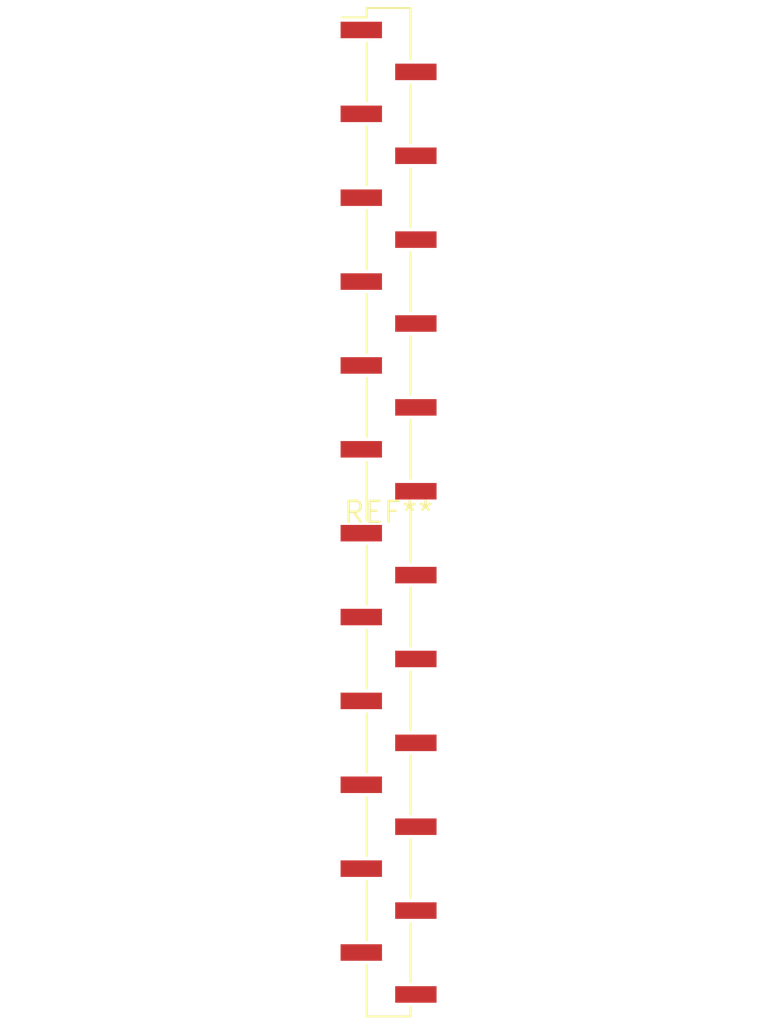
<source format=kicad_pcb>
(kicad_pcb (version 20240108) (generator pcbnew)
  (layers (0 "F.Cu" signal) (31 "B.Cu" signal) (34 "B.Paste" user) (35 "F.Paste" user) (36 "B.SilkS" user "B.Silkscreen") (37 "F.SilkS" user "F.Silkscreen") (38 "B.Mask" user) (39 "F.Mask" user) (44 "Edge.Cuts" user))
  (net 0 "")
  (footprint "PinHeader_1x24_P2.54mm_Vertical_SMD_Pin1Left" (layer "F.Cu") (at 0 0)
    (property "Reference" "REF**")
    (property "Value" "PinHeader_1x24_P2.54mm_Vertical_SMD_Pin1Left")
    (fp_line (start -1.33 -30.54) (end -1.33 -29.97) (layer "F.SilkS") (stroke (width 0.12)))
    (fp_line (start -1.33 -30.54) (end 1.33 -30.54) (layer "F.SilkS") (stroke (width 0.12)))
    (fp_line (start -1.33 -29.97) (end -2.85 -29.97) (layer "F.SilkS") (stroke (width 0.12)))
    (fp_line (start -1.33 -28.45) (end -1.33 -24.89) (layer "F.SilkS") (stroke (width 0.12)))
    (fp_line (start -1.33 -23.37) (end -1.33 -19.81) (layer "F.SilkS") (stroke (width 0.12)))
    (fp_line (start -1.33 -18.29) (end -1.33 -14.73) (layer "F.SilkS") (stroke (width 0.12)))
    (fp_line (start -1.33 -13.21) (end -1.33 -9.65) (layer "F.SilkS") (stroke (width 0.12)))
    (fp_line (start -1.33 -8.13) (end -1.33 -4.57) (layer "F.SilkS") (stroke (width 0.12)))
    (fp_line (start -1.33 -3.05) (end -1.33 0.51) (layer "F.SilkS") (stroke (width 0.12)))
    (fp_line (start -1.33 2.03) (end -1.33 5.59) (layer "F.SilkS") (stroke (width 0.12)))
    (fp_line (start -1.33 7.11) (end -1.33 10.67) (layer "F.SilkS") (stroke (width 0.12)))
    (fp_line (start -1.33 12.19) (end -1.33 15.75) (layer "F.SilkS") (stroke (width 0.12)))
    (fp_line (start -1.33 17.27) (end -1.33 20.83) (layer "F.SilkS") (stroke (width 0.12)))
    (fp_line (start -1.33 22.35) (end -1.33 25.91) (layer "F.SilkS") (stroke (width 0.12)))
    (fp_line (start -1.33 27.43) (end -1.33 30.54) (layer "F.SilkS") (stroke (width 0.12)))
    (fp_line (start -1.33 30.54) (end 1.33 30.54) (layer "F.SilkS") (stroke (width 0.12)))
    (fp_line (start 1.33 -30.54) (end 1.33 -27.43) (layer "F.SilkS") (stroke (width 0.12)))
    (fp_line (start 1.33 -25.91) (end 1.33 -22.35) (layer "F.SilkS") (stroke (width 0.12)))
    (fp_line (start 1.33 -20.83) (end 1.33 -17.27) (layer "F.SilkS") (stroke (width 0.12)))
    (fp_line (start 1.33 -15.75) (end 1.33 -12.19) (layer "F.SilkS") (stroke (width 0.12)))
    (fp_line (start 1.33 -10.67) (end 1.33 -7.11) (layer "F.SilkS") (stroke (width 0.12)))
    (fp_line (start 1.33 -5.59) (end 1.33 -2.03) (layer "F.SilkS") (stroke (width 0.12)))
    (fp_line (start 1.33 -0.51) (end 1.33 3.05) (layer "F.SilkS") (stroke (width 0.12)))
    (fp_line (start 1.33 4.57) (end 1.33 8.13) (layer "F.SilkS") (stroke (width 0.12)))
    (fp_line (start 1.33 9.65) (end 1.33 13.21) (layer "F.SilkS") (stroke (width 0.12)))
    (fp_line (start 1.33 14.73) (end 1.33 18.29) (layer "F.SilkS") (stroke (width 0.12)))
    (fp_line (start 1.33 19.81) (end 1.33 23.37) (layer "F.SilkS") (stroke (width 0.12)))
    (fp_line (start 1.33 24.89) (end 1.33 28.45) (layer "F.SilkS") (stroke (width 0.12)))
    (fp_line (start 1.33 29.97) (end 1.33 30.54) (layer "F.SilkS") (stroke (width 0.12)))
    (pad "1" smd rect (at -1.655 -29.21) (size 2.51 1) (layers "F.Cu" "F.Paste" "F.Mask"))
    (pad "2" smd rect (at 1.655 -26.67) (size 2.51 1) (layers "F.Cu" "F.Paste" "F.Mask"))
    (pad "3" smd rect (at -1.655 -24.13) (size 2.51 1) (layers "F.Cu" "F.Paste" "F.Mask"))
    (pad "4" smd rect (at 1.655 -21.59) (size 2.51 1) (layers "F.Cu" "F.Paste" "F.Mask"))
    (pad "5" smd rect (at -1.655 -19.05) (size 2.51 1) (layers "F.Cu" "F.Paste" "F.Mask"))
    (pad "6" smd rect (at 1.655 -16.51) (size 2.51 1) (layers "F.Cu" "F.Paste" "F.Mask"))
    (pad "7" smd rect (at -1.655 -13.97) (size 2.51 1) (layers "F.Cu" "F.Paste" "F.Mask"))
    (pad "8" smd rect (at 1.655 -11.43) (size 2.51 1) (layers "F.Cu" "F.Paste" "F.Mask"))
    (pad "9" smd rect (at -1.655 -8.89) (size 2.51 1) (layers "F.Cu" "F.Paste" "F.Mask"))
    (pad "10" smd rect (at 1.655 -6.35) (size 2.51 1) (layers "F.Cu" "F.Paste" "F.Mask"))
    (pad "11" smd rect (at -1.655 -3.81) (size 2.51 1) (layers "F.Cu" "F.Paste" "F.Mask"))
    (pad "12" smd rect (at 1.655 -1.27) (size 2.51 1) (layers "F.Cu" "F.Paste" "F.Mask"))
    (pad "13" smd rect (at -1.655 1.27) (size 2.51 1) (layers "F.Cu" "F.Paste" "F.Mask"))
    (pad "14" smd rect (at 1.655 3.81) (size 2.51 1) (layers "F.Cu" "F.Paste" "F.Mask"))
    (pad "15" smd rect (at -1.655 6.35) (size 2.51 1) (layers "F.Cu" "F.Paste" "F.Mask"))
    (pad "16" smd rect (at 1.655 8.89) (size 2.51 1) (layers "F.Cu" "F.Paste" "F.Mask"))
    (pad "17" smd rect (at -1.655 11.43) (size 2.51 1) (layers "F.Cu" "F.Paste" "F.Mask"))
    (pad "18" smd rect (at 1.655 13.97) (size 2.51 1) (layers "F.Cu" "F.Paste" "F.Mask"))
    (pad "19" smd rect (at -1.655 16.51) (size 2.51 1) (layers "F.Cu" "F.Paste" "F.Mask"))
    (pad "20" smd rect (at 1.655 19.05) (size 2.51 1) (layers "F.Cu" "F.Paste" "F.Mask"))
    (pad "21" smd rect (at -1.655 21.59) (size 2.51 1) (layers "F.Cu" "F.Paste" "F.Mask"))
    (pad "22" smd rect (at 1.655 24.13) (size 2.51 1) (layers "F.Cu" "F.Paste" "F.Mask"))
    (pad "23" smd rect (at -1.655 26.67) (size 2.51 1) (layers "F.Cu" "F.Paste" "F.Mask"))
    (pad "24" smd rect (at 1.655 29.21) (size 2.51 1) (layers "F.Cu" "F.Paste" "F.Mask"))
  )
)
</source>
